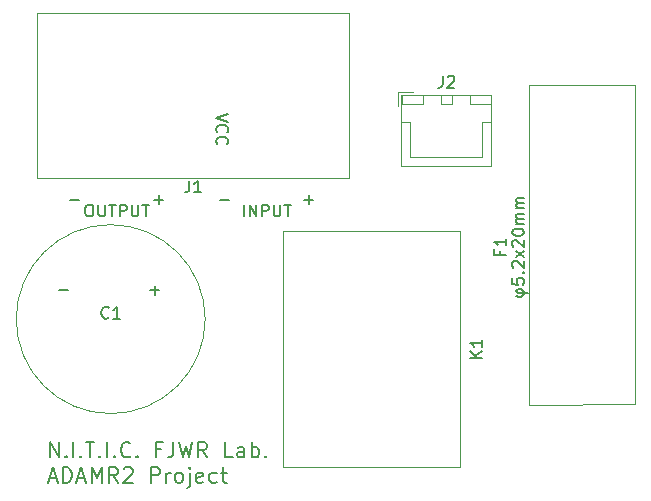
<source format=gto>
G04 #@! TF.GenerationSoftware,KiCad,Pcbnew,5.1.6-c6e7f7d~87~ubuntu18.04.1*
G04 #@! TF.CreationDate,2020-09-04T14:15:51+09:00*
G04 #@! TF.ProjectId,adamr2_emg_board,6164616d-7232-45f6-956d-675f626f6172,rev?*
G04 #@! TF.SameCoordinates,Original*
G04 #@! TF.FileFunction,Legend,Top*
G04 #@! TF.FilePolarity,Positive*
%FSLAX46Y46*%
G04 Gerber Fmt 4.6, Leading zero omitted, Abs format (unit mm)*
G04 Created by KiCad (PCBNEW 5.1.6-c6e7f7d~87~ubuntu18.04.1) date 2020-09-04 14:15:51*
%MOMM*%
%LPD*%
G01*
G04 APERTURE LIST*
%ADD10C,0.150000*%
%ADD11C,0.200000*%
%ADD12C,0.120000*%
G04 APERTURE END LIST*
D10*
X163361714Y-97083047D02*
X163409333Y-97130666D01*
X163504571Y-97178285D01*
X163790285Y-97178285D01*
X163885523Y-97130666D01*
X163980761Y-97035428D01*
X164028380Y-96940190D01*
X164028380Y-96749714D01*
X163980761Y-96654476D01*
X163885523Y-96559238D01*
X163790285Y-96511619D01*
X163504571Y-96511619D01*
X163409333Y-96559238D01*
X163361714Y-96654476D01*
X163361714Y-96702095D01*
X163409333Y-96797333D01*
X163504571Y-96844952D01*
X164361714Y-96844952D01*
X163028380Y-95606857D02*
X163028380Y-96083047D01*
X163504571Y-96130666D01*
X163456952Y-96083047D01*
X163409333Y-95987809D01*
X163409333Y-95749714D01*
X163456952Y-95654476D01*
X163504571Y-95606857D01*
X163599809Y-95559238D01*
X163837904Y-95559238D01*
X163933142Y-95606857D01*
X163980761Y-95654476D01*
X164028380Y-95749714D01*
X164028380Y-95987809D01*
X163980761Y-96083047D01*
X163933142Y-96130666D01*
X163933142Y-95130666D02*
X163980761Y-95083047D01*
X164028380Y-95130666D01*
X163980761Y-95178285D01*
X163933142Y-95130666D01*
X164028380Y-95130666D01*
X163123619Y-94702095D02*
X163076000Y-94654476D01*
X163028380Y-94559238D01*
X163028380Y-94321142D01*
X163076000Y-94225904D01*
X163123619Y-94178285D01*
X163218857Y-94130666D01*
X163314095Y-94130666D01*
X163456952Y-94178285D01*
X164028380Y-94749714D01*
X164028380Y-94130666D01*
X164028380Y-93797333D02*
X163361714Y-93273523D01*
X163361714Y-93797333D02*
X164028380Y-93273523D01*
X163123619Y-92940190D02*
X163076000Y-92892571D01*
X163028380Y-92797333D01*
X163028380Y-92559238D01*
X163076000Y-92464000D01*
X163123619Y-92416380D01*
X163218857Y-92368761D01*
X163314095Y-92368761D01*
X163456952Y-92416380D01*
X164028380Y-92987809D01*
X164028380Y-92368761D01*
X163028380Y-91749714D02*
X163028380Y-91654476D01*
X163076000Y-91559238D01*
X163123619Y-91511619D01*
X163218857Y-91464000D01*
X163409333Y-91416380D01*
X163647428Y-91416380D01*
X163837904Y-91464000D01*
X163933142Y-91511619D01*
X163980761Y-91559238D01*
X164028380Y-91654476D01*
X164028380Y-91749714D01*
X163980761Y-91844952D01*
X163933142Y-91892571D01*
X163837904Y-91940190D01*
X163647428Y-91987809D01*
X163409333Y-91987809D01*
X163218857Y-91940190D01*
X163123619Y-91892571D01*
X163076000Y-91844952D01*
X163028380Y-91749714D01*
X164028380Y-90987809D02*
X163361714Y-90987809D01*
X163456952Y-90987809D02*
X163409333Y-90940190D01*
X163361714Y-90844952D01*
X163361714Y-90702095D01*
X163409333Y-90606857D01*
X163504571Y-90559238D01*
X164028380Y-90559238D01*
X163504571Y-90559238D02*
X163409333Y-90511619D01*
X163361714Y-90416380D01*
X163361714Y-90273523D01*
X163409333Y-90178285D01*
X163504571Y-90130666D01*
X164028380Y-90130666D01*
X164028380Y-89654476D02*
X163361714Y-89654476D01*
X163456952Y-89654476D02*
X163409333Y-89606857D01*
X163361714Y-89511619D01*
X163361714Y-89368761D01*
X163409333Y-89273523D01*
X163504571Y-89225904D01*
X164028380Y-89225904D01*
X163504571Y-89225904D02*
X163409333Y-89178285D01*
X163361714Y-89083047D01*
X163361714Y-88940190D01*
X163409333Y-88844952D01*
X163504571Y-88797333D01*
X164028380Y-88797333D01*
X140311428Y-90368380D02*
X140311428Y-89368380D01*
X140787619Y-90368380D02*
X140787619Y-89368380D01*
X141359047Y-90368380D01*
X141359047Y-89368380D01*
X141835238Y-90368380D02*
X141835238Y-89368380D01*
X142216190Y-89368380D01*
X142311428Y-89416000D01*
X142359047Y-89463619D01*
X142406666Y-89558857D01*
X142406666Y-89701714D01*
X142359047Y-89796952D01*
X142311428Y-89844571D01*
X142216190Y-89892190D01*
X141835238Y-89892190D01*
X142835238Y-89368380D02*
X142835238Y-90177904D01*
X142882857Y-90273142D01*
X142930476Y-90320761D01*
X143025714Y-90368380D01*
X143216190Y-90368380D01*
X143311428Y-90320761D01*
X143359047Y-90273142D01*
X143406666Y-90177904D01*
X143406666Y-89368380D01*
X143740000Y-89368380D02*
X144311428Y-89368380D01*
X144025714Y-90368380D02*
X144025714Y-89368380D01*
X145415047Y-88971428D02*
X146176952Y-88971428D01*
X145796000Y-89352380D02*
X145796000Y-88590476D01*
X138303047Y-88971428D02*
X139064952Y-88971428D01*
X127135238Y-89368380D02*
X127325714Y-89368380D01*
X127420952Y-89416000D01*
X127516190Y-89511238D01*
X127563809Y-89701714D01*
X127563809Y-90035047D01*
X127516190Y-90225523D01*
X127420952Y-90320761D01*
X127325714Y-90368380D01*
X127135238Y-90368380D01*
X127040000Y-90320761D01*
X126944761Y-90225523D01*
X126897142Y-90035047D01*
X126897142Y-89701714D01*
X126944761Y-89511238D01*
X127040000Y-89416000D01*
X127135238Y-89368380D01*
X127992380Y-89368380D02*
X127992380Y-90177904D01*
X128040000Y-90273142D01*
X128087619Y-90320761D01*
X128182857Y-90368380D01*
X128373333Y-90368380D01*
X128468571Y-90320761D01*
X128516190Y-90273142D01*
X128563809Y-90177904D01*
X128563809Y-89368380D01*
X128897142Y-89368380D02*
X129468571Y-89368380D01*
X129182857Y-90368380D02*
X129182857Y-89368380D01*
X129801904Y-90368380D02*
X129801904Y-89368380D01*
X130182857Y-89368380D01*
X130278095Y-89416000D01*
X130325714Y-89463619D01*
X130373333Y-89558857D01*
X130373333Y-89701714D01*
X130325714Y-89796952D01*
X130278095Y-89844571D01*
X130182857Y-89892190D01*
X129801904Y-89892190D01*
X130801904Y-89368380D02*
X130801904Y-90177904D01*
X130849523Y-90273142D01*
X130897142Y-90320761D01*
X130992380Y-90368380D01*
X131182857Y-90368380D01*
X131278095Y-90320761D01*
X131325714Y-90273142D01*
X131373333Y-90177904D01*
X131373333Y-89368380D01*
X131706666Y-89368380D02*
X132278095Y-89368380D01*
X131992380Y-90368380D02*
X131992380Y-89368380D01*
X125603047Y-88971428D02*
X126364952Y-88971428D01*
X132715047Y-88971428D02*
X133476952Y-88971428D01*
X133096000Y-89352380D02*
X133096000Y-88590476D01*
D11*
X123883523Y-110765095D02*
X123883523Y-109465095D01*
X124626380Y-110765095D01*
X124626380Y-109465095D01*
X125245428Y-110641285D02*
X125307333Y-110703190D01*
X125245428Y-110765095D01*
X125183523Y-110703190D01*
X125245428Y-110641285D01*
X125245428Y-110765095D01*
X125864476Y-110765095D02*
X125864476Y-109465095D01*
X126483523Y-110641285D02*
X126545428Y-110703190D01*
X126483523Y-110765095D01*
X126421619Y-110703190D01*
X126483523Y-110641285D01*
X126483523Y-110765095D01*
X126916857Y-109465095D02*
X127659714Y-109465095D01*
X127288285Y-110765095D02*
X127288285Y-109465095D01*
X128093047Y-110641285D02*
X128154952Y-110703190D01*
X128093047Y-110765095D01*
X128031142Y-110703190D01*
X128093047Y-110641285D01*
X128093047Y-110765095D01*
X128712095Y-110765095D02*
X128712095Y-109465095D01*
X129331142Y-110641285D02*
X129393047Y-110703190D01*
X129331142Y-110765095D01*
X129269238Y-110703190D01*
X129331142Y-110641285D01*
X129331142Y-110765095D01*
X130693047Y-110641285D02*
X130631142Y-110703190D01*
X130445428Y-110765095D01*
X130321619Y-110765095D01*
X130135904Y-110703190D01*
X130012095Y-110579380D01*
X129950190Y-110455571D01*
X129888285Y-110207952D01*
X129888285Y-110022238D01*
X129950190Y-109774619D01*
X130012095Y-109650809D01*
X130135904Y-109527000D01*
X130321619Y-109465095D01*
X130445428Y-109465095D01*
X130631142Y-109527000D01*
X130693047Y-109588904D01*
X131250190Y-110641285D02*
X131312095Y-110703190D01*
X131250190Y-110765095D01*
X131188285Y-110703190D01*
X131250190Y-110641285D01*
X131250190Y-110765095D01*
X133293047Y-110084142D02*
X132859714Y-110084142D01*
X132859714Y-110765095D02*
X132859714Y-109465095D01*
X133478761Y-109465095D01*
X134345428Y-109465095D02*
X134345428Y-110393666D01*
X134283523Y-110579380D01*
X134159714Y-110703190D01*
X133974000Y-110765095D01*
X133850190Y-110765095D01*
X134840666Y-109465095D02*
X135150190Y-110765095D01*
X135397809Y-109836523D01*
X135645428Y-110765095D01*
X135954952Y-109465095D01*
X137193047Y-110765095D02*
X136759714Y-110146047D01*
X136450190Y-110765095D02*
X136450190Y-109465095D01*
X136945428Y-109465095D01*
X137069238Y-109527000D01*
X137131142Y-109588904D01*
X137193047Y-109712714D01*
X137193047Y-109898428D01*
X137131142Y-110022238D01*
X137069238Y-110084142D01*
X136945428Y-110146047D01*
X136450190Y-110146047D01*
X139359714Y-110765095D02*
X138740666Y-110765095D01*
X138740666Y-109465095D01*
X140350190Y-110765095D02*
X140350190Y-110084142D01*
X140288285Y-109960333D01*
X140164476Y-109898428D01*
X139916857Y-109898428D01*
X139793047Y-109960333D01*
X140350190Y-110703190D02*
X140226380Y-110765095D01*
X139916857Y-110765095D01*
X139793047Y-110703190D01*
X139731142Y-110579380D01*
X139731142Y-110455571D01*
X139793047Y-110331761D01*
X139916857Y-110269857D01*
X140226380Y-110269857D01*
X140350190Y-110207952D01*
X140969238Y-110765095D02*
X140969238Y-109465095D01*
X140969238Y-109960333D02*
X141093047Y-109898428D01*
X141340666Y-109898428D01*
X141464476Y-109960333D01*
X141526380Y-110022238D01*
X141588285Y-110146047D01*
X141588285Y-110517476D01*
X141526380Y-110641285D01*
X141464476Y-110703190D01*
X141340666Y-110765095D01*
X141093047Y-110765095D01*
X140969238Y-110703190D01*
X142145428Y-110641285D02*
X142207333Y-110703190D01*
X142145428Y-110765095D01*
X142083523Y-110703190D01*
X142145428Y-110641285D01*
X142145428Y-110765095D01*
X123821619Y-112543666D02*
X124440666Y-112543666D01*
X123697809Y-112915095D02*
X124131142Y-111615095D01*
X124564476Y-112915095D01*
X124997809Y-112915095D02*
X124997809Y-111615095D01*
X125307333Y-111615095D01*
X125493047Y-111677000D01*
X125616857Y-111800809D01*
X125678761Y-111924619D01*
X125740666Y-112172238D01*
X125740666Y-112357952D01*
X125678761Y-112605571D01*
X125616857Y-112729380D01*
X125493047Y-112853190D01*
X125307333Y-112915095D01*
X124997809Y-112915095D01*
X126235904Y-112543666D02*
X126854952Y-112543666D01*
X126112095Y-112915095D02*
X126545428Y-111615095D01*
X126978761Y-112915095D01*
X127412095Y-112915095D02*
X127412095Y-111615095D01*
X127845428Y-112543666D01*
X128278761Y-111615095D01*
X128278761Y-112915095D01*
X129640666Y-112915095D02*
X129207333Y-112296047D01*
X128897809Y-112915095D02*
X128897809Y-111615095D01*
X129393047Y-111615095D01*
X129516857Y-111677000D01*
X129578761Y-111738904D01*
X129640666Y-111862714D01*
X129640666Y-112048428D01*
X129578761Y-112172238D01*
X129516857Y-112234142D01*
X129393047Y-112296047D01*
X128897809Y-112296047D01*
X130135904Y-111738904D02*
X130197809Y-111677000D01*
X130321619Y-111615095D01*
X130631142Y-111615095D01*
X130754952Y-111677000D01*
X130816857Y-111738904D01*
X130878761Y-111862714D01*
X130878761Y-111986523D01*
X130816857Y-112172238D01*
X130074000Y-112915095D01*
X130878761Y-112915095D01*
X132426380Y-112915095D02*
X132426380Y-111615095D01*
X132921619Y-111615095D01*
X133045428Y-111677000D01*
X133107333Y-111738904D01*
X133169238Y-111862714D01*
X133169238Y-112048428D01*
X133107333Y-112172238D01*
X133045428Y-112234142D01*
X132921619Y-112296047D01*
X132426380Y-112296047D01*
X133726380Y-112915095D02*
X133726380Y-112048428D01*
X133726380Y-112296047D02*
X133788285Y-112172238D01*
X133850190Y-112110333D01*
X133974000Y-112048428D01*
X134097809Y-112048428D01*
X134716857Y-112915095D02*
X134593047Y-112853190D01*
X134531142Y-112791285D01*
X134469238Y-112667476D01*
X134469238Y-112296047D01*
X134531142Y-112172238D01*
X134593047Y-112110333D01*
X134716857Y-112048428D01*
X134902571Y-112048428D01*
X135026380Y-112110333D01*
X135088285Y-112172238D01*
X135150190Y-112296047D01*
X135150190Y-112667476D01*
X135088285Y-112791285D01*
X135026380Y-112853190D01*
X134902571Y-112915095D01*
X134716857Y-112915095D01*
X135707333Y-112048428D02*
X135707333Y-113162714D01*
X135645428Y-113286523D01*
X135521619Y-113348428D01*
X135459714Y-113348428D01*
X135707333Y-111615095D02*
X135645428Y-111677000D01*
X135707333Y-111738904D01*
X135769238Y-111677000D01*
X135707333Y-111615095D01*
X135707333Y-111738904D01*
X136821619Y-112853190D02*
X136697809Y-112915095D01*
X136450190Y-112915095D01*
X136326380Y-112853190D01*
X136264476Y-112729380D01*
X136264476Y-112234142D01*
X136326380Y-112110333D01*
X136450190Y-112048428D01*
X136697809Y-112048428D01*
X136821619Y-112110333D01*
X136883523Y-112234142D01*
X136883523Y-112357952D01*
X136264476Y-112481761D01*
X137997809Y-112853190D02*
X137874000Y-112915095D01*
X137626380Y-112915095D01*
X137502571Y-112853190D01*
X137440666Y-112791285D01*
X137378761Y-112667476D01*
X137378761Y-112296047D01*
X137440666Y-112172238D01*
X137502571Y-112110333D01*
X137626380Y-112048428D01*
X137874000Y-112048428D01*
X137997809Y-112110333D01*
X138369238Y-112048428D02*
X138864476Y-112048428D01*
X138554952Y-111615095D02*
X138554952Y-112729380D01*
X138616857Y-112853190D01*
X138740666Y-112915095D01*
X138864476Y-112915095D01*
D10*
X138977619Y-81666666D02*
X137977619Y-82000000D01*
X138977619Y-82333333D01*
X138072857Y-83238095D02*
X138025238Y-83190476D01*
X137977619Y-83047619D01*
X137977619Y-82952380D01*
X138025238Y-82809523D01*
X138120476Y-82714285D01*
X138215714Y-82666666D01*
X138406190Y-82619047D01*
X138549047Y-82619047D01*
X138739523Y-82666666D01*
X138834761Y-82714285D01*
X138930000Y-82809523D01*
X138977619Y-82952380D01*
X138977619Y-83047619D01*
X138930000Y-83190476D01*
X138882380Y-83238095D01*
X138072857Y-84238095D02*
X138025238Y-84190476D01*
X137977619Y-84047619D01*
X137977619Y-83952380D01*
X138025238Y-83809523D01*
X138120476Y-83714285D01*
X138215714Y-83666666D01*
X138406190Y-83619047D01*
X138549047Y-83619047D01*
X138739523Y-83666666D01*
X138834761Y-83714285D01*
X138930000Y-83809523D01*
X138977619Y-83952380D01*
X138977619Y-84047619D01*
X138930000Y-84190476D01*
X138882380Y-84238095D01*
D12*
G04 #@! TO.C,C1*
X137032000Y-99060000D02*
G75*
G03*
X137032000Y-99060000I-8000000J0D01*
G01*
G04 #@! TO.C,F1*
X173410000Y-79210000D02*
X164410000Y-79210000D01*
X164410000Y-79210000D02*
X164410000Y-106310000D01*
X164410000Y-106310000D02*
X173410000Y-106210000D01*
X173410000Y-106210000D02*
X173410000Y-79210000D01*
G04 #@! TO.C,K1*
X158630000Y-111600000D02*
X143630000Y-111600000D01*
X158630000Y-91600000D02*
X158630000Y-111600000D01*
X143630000Y-91600000D02*
X158630000Y-91600000D01*
X143630000Y-111600000D02*
X143630000Y-91600000D01*
G04 #@! TO.C,J2*
X153650000Y-80090000D02*
X153650000Y-86060000D01*
X153650000Y-86060000D02*
X161270000Y-86060000D01*
X161270000Y-86060000D02*
X161270000Y-80090000D01*
X161270000Y-80090000D02*
X153650000Y-80090000D01*
X156960000Y-80100000D02*
X156960000Y-80850000D01*
X156960000Y-80850000D02*
X157960000Y-80850000D01*
X157960000Y-80850000D02*
X157960000Y-80100000D01*
X157960000Y-80100000D02*
X156960000Y-80100000D01*
X153660000Y-80100000D02*
X153660000Y-80850000D01*
X153660000Y-80850000D02*
X155460000Y-80850000D01*
X155460000Y-80850000D02*
X155460000Y-80100000D01*
X155460000Y-80100000D02*
X153660000Y-80100000D01*
X159460000Y-80100000D02*
X159460000Y-80850000D01*
X159460000Y-80850000D02*
X161260000Y-80850000D01*
X161260000Y-80850000D02*
X161260000Y-80100000D01*
X161260000Y-80100000D02*
X159460000Y-80100000D01*
X153660000Y-82350000D02*
X154410000Y-82350000D01*
X154410000Y-82350000D02*
X154410000Y-85300000D01*
X154410000Y-85300000D02*
X157460000Y-85300000D01*
X161260000Y-82350000D02*
X160510000Y-82350000D01*
X160510000Y-82350000D02*
X160510000Y-85300000D01*
X160510000Y-85300000D02*
X157460000Y-85300000D01*
X154610000Y-79800000D02*
X153360000Y-79800000D01*
X153360000Y-79800000D02*
X153360000Y-81050000D01*
G04 #@! TO.C,J1*
X122775000Y-73100000D02*
X122775000Y-87100000D01*
X149225000Y-73100000D02*
X122775000Y-73100000D01*
X149225000Y-87100000D02*
X149225000Y-73100000D01*
X122775000Y-87100000D02*
X149225000Y-87100000D01*
G04 #@! TO.C,C1*
D10*
X128865333Y-98917142D02*
X128817714Y-98964761D01*
X128674857Y-99012380D01*
X128579619Y-99012380D01*
X128436761Y-98964761D01*
X128341523Y-98869523D01*
X128293904Y-98774285D01*
X128246285Y-98583809D01*
X128246285Y-98440952D01*
X128293904Y-98250476D01*
X128341523Y-98155238D01*
X128436761Y-98060000D01*
X128579619Y-98012380D01*
X128674857Y-98012380D01*
X128817714Y-98060000D01*
X128865333Y-98107619D01*
X129817714Y-99012380D02*
X129246285Y-99012380D01*
X129532000Y-99012380D02*
X129532000Y-98012380D01*
X129436761Y-98155238D01*
X129341523Y-98250476D01*
X129246285Y-98298095D01*
X124651047Y-96631428D02*
X125412952Y-96631428D01*
X132401047Y-96631428D02*
X133162952Y-96631428D01*
X132782000Y-97012380D02*
X132782000Y-96250476D01*
G04 #@! TO.C,F1*
X161980571Y-93297333D02*
X161980571Y-93630666D01*
X162504380Y-93630666D02*
X161504380Y-93630666D01*
X161504380Y-93154476D01*
X162504380Y-92249714D02*
X162504380Y-92821142D01*
X162504380Y-92535428D02*
X161504380Y-92535428D01*
X161647238Y-92630666D01*
X161742476Y-92725904D01*
X161790095Y-92821142D01*
G04 #@! TO.C,K1*
X160472380Y-102338095D02*
X159472380Y-102338095D01*
X160472380Y-101766666D02*
X159900952Y-102195238D01*
X159472380Y-101766666D02*
X160043809Y-102338095D01*
X160472380Y-100814285D02*
X160472380Y-101385714D01*
X160472380Y-101100000D02*
X159472380Y-101100000D01*
X159615238Y-101195238D01*
X159710476Y-101290476D01*
X159758095Y-101385714D01*
G04 #@! TO.C,J2*
X157126666Y-78452380D02*
X157126666Y-79166666D01*
X157079047Y-79309523D01*
X156983809Y-79404761D01*
X156840952Y-79452380D01*
X156745714Y-79452380D01*
X157555238Y-78547619D02*
X157602857Y-78500000D01*
X157698095Y-78452380D01*
X157936190Y-78452380D01*
X158031428Y-78500000D01*
X158079047Y-78547619D01*
X158126666Y-78642857D01*
X158126666Y-78738095D01*
X158079047Y-78880952D01*
X157507619Y-79452380D01*
X158126666Y-79452380D01*
G04 #@! TO.C,J1*
X135666666Y-87336380D02*
X135666666Y-88050666D01*
X135619047Y-88193523D01*
X135523809Y-88288761D01*
X135380952Y-88336380D01*
X135285714Y-88336380D01*
X136666666Y-88336380D02*
X136095238Y-88336380D01*
X136380952Y-88336380D02*
X136380952Y-87336380D01*
X136285714Y-87479238D01*
X136190476Y-87574476D01*
X136095238Y-87622095D01*
G04 #@! TD*
M02*

</source>
